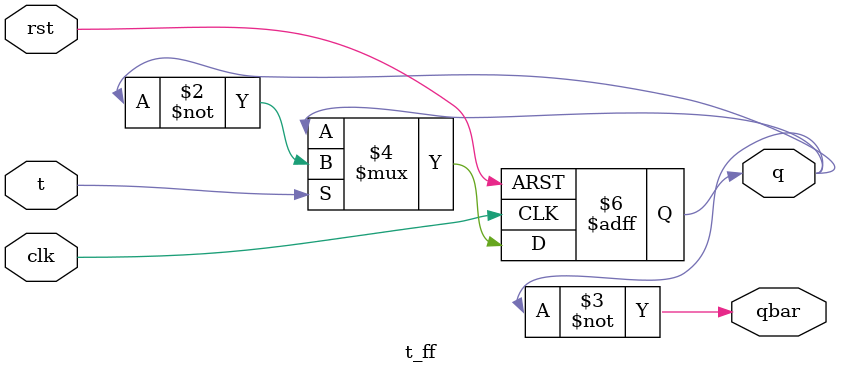
<source format=v>
`timescale 1ns / 1ps
module t_ff (
    input clk, rst, t,
    output reg q,
    output qbar
);

  always @(posedge clk or posedge rst) begin
    if (rst)
      q <= 1'b0;  // Reset output to 0
    else if (t)
      q <= ~q;    // Toggle when T is 1
    // If t = 0, q remains unchanged
  end
  
  assign qbar = ~q;  // qbar is the complement of q

endmodule


</source>
